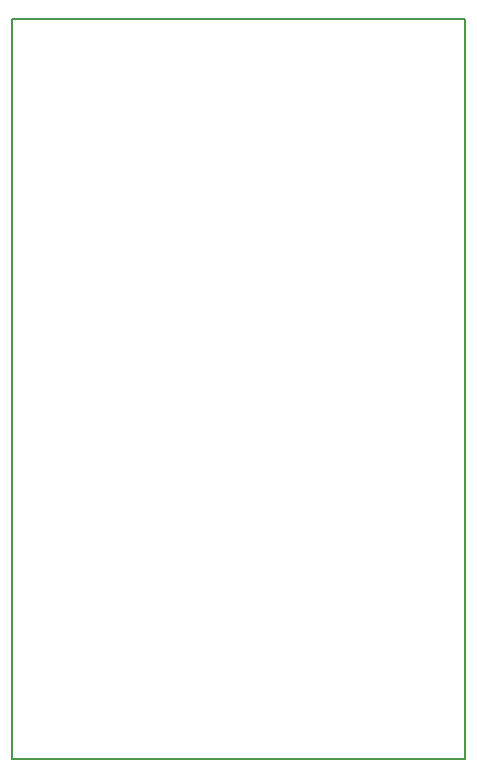
<source format=gbr>
%TF.GenerationSoftware,KiCad,Pcbnew,8.0.6*%
%TF.CreationDate,2025-02-12T12:21:41-05:00*%
%TF.ProjectId,prog,70726f67-2e6b-4696-9361-645f70636258,rev?*%
%TF.SameCoordinates,Original*%
%TF.FileFunction,Profile,NP*%
%FSLAX46Y46*%
G04 Gerber Fmt 4.6, Leading zero omitted, Abs format (unit mm)*
G04 Created by KiCad (PCBNEW 8.0.6) date 2025-02-12 12:21:41*
%MOMM*%
%LPD*%
G01*
G04 APERTURE LIST*
%TA.AperFunction,Profile*%
%ADD10C,0.150000*%
%TD*%
G04 APERTURE END LIST*
D10*
X101650000Y-40050000D02*
X139950000Y-40050000D01*
X139950000Y-102650000D01*
X101650000Y-102650000D01*
X101650000Y-40050000D01*
M02*

</source>
